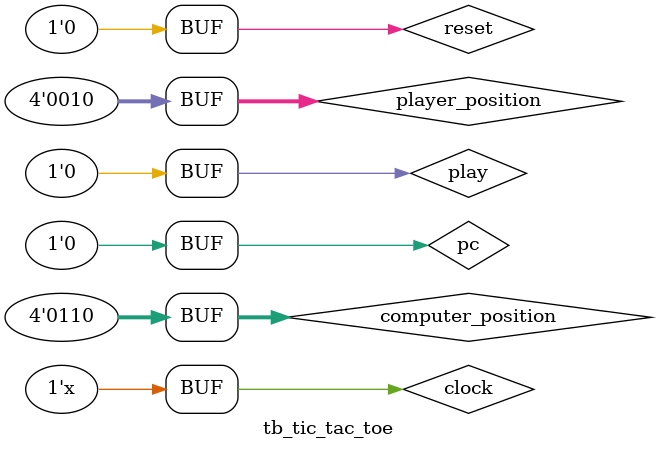
<source format=v>
`timescale 1ns / 1ps


module tb_tic_tac_toe;

 // Inputs
 reg clock;
 reg reset;
 reg play;
 reg pc;
 reg [3:0] computer_position;
 reg [3:0] player_position;

 // Outputs
 wire [1:0] pos_led1;
 wire [1:0] pos_led2;
 wire [1:0] pos_led3;
 wire [1:0] pos_led4;
 wire [1:0] pos_led5;
 wire [1:0] pos_led6;
 wire [1:0] pos_led7;
 wire [1:0] pos_led8;
 wire [1:0] pos_led9;
 wire [1:0] who;

 // Instantiate the Unit Under Test (UUT)
 tic_tac_toe_game uut (
  .clock(clock), 
  .reset(reset), 
  .play(play), 
  .pc(pc), 
  .computer_position(computer_position), 
  .player_position(player_position), 
  .pos1(pos_led1), 
  .pos2(pos_led2), 
  .pos3(pos_led3), 
  .pos4(pos_led4), 
  .pos5(pos_led5), 
  .pos6(pos_led6), 
  .pos7(pos_led7), 
  .pos8(pos_led8), 
  .pos9(pos_led9), 
  .who(who)
 );
 // clock
  
 always #5 clock = ~clock;

 initial begin
  // Initialize Inputs
   clock = 0;
  play = 0;
  reset = 1;
  computer_position = 0;
  player_position = 0;
  pc = 0;
  #100;
  reset = 0;
  #100;
  play = 1;
  pc = 0;
  computer_position = 4;
  player_position = 0;
  #50;
  pc = 1;
  play = 0;
  #100;
  reset = 0;
  play = 1;
  pc = 0;
  computer_position = 8;
  player_position = 1;
  #50;
  pc = 1;
  play = 0;  
  #100;
  reset = 0;
  play = 1;
  pc = 0;
  computer_position = 6;
  player_position = 2;
  #50;
  pc = 1;
  play = 0; 
  #50
  pc = 0;
  play = 0;   
  end
      
endmodule
</source>
